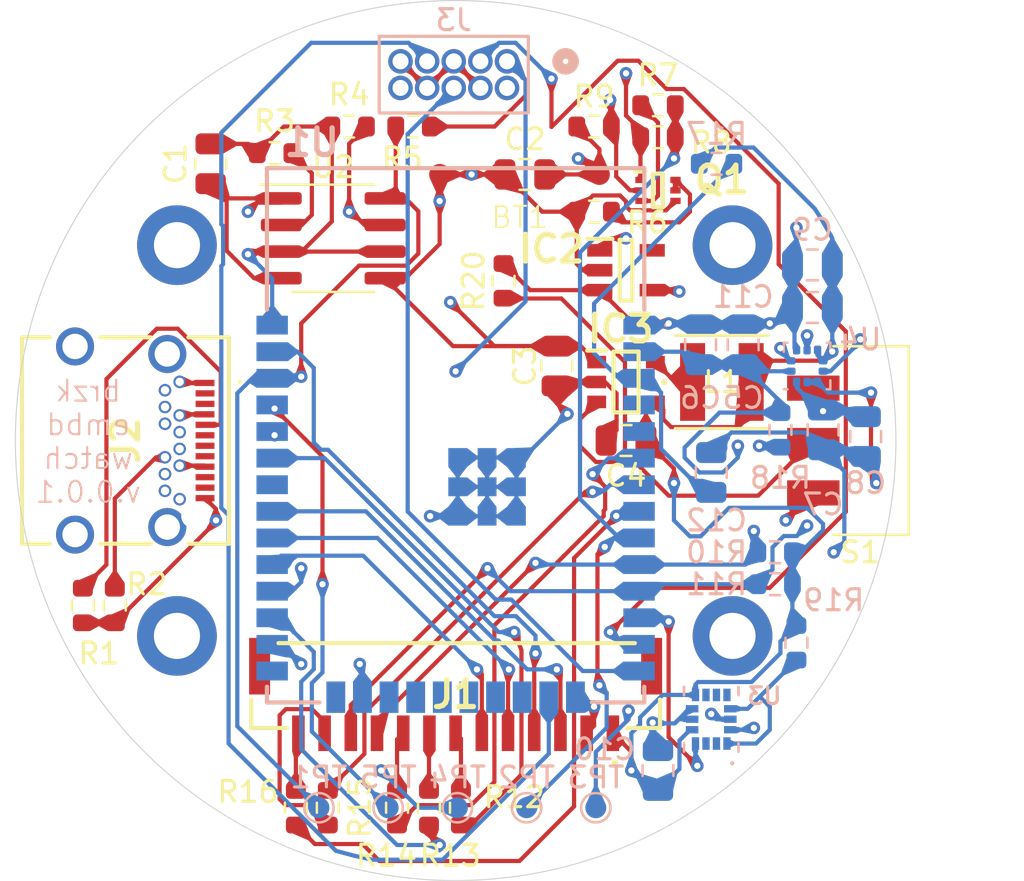
<source format=kicad_pcb>
(kicad_pcb (version 20221018) (generator pcbnew)
  (title_block (title "Watch") (rev "v.0.0.1") (company "brzk"))
  (layers (0 "F.Cu" signal) (1 "In1.Cu" signal) (2 "In2.Cu" signal) (31 "B.Cu" signal) (34 "B.Paste" user) (35 "F.Paste" user) (36 "B.SilkS" user "B.Silkscreen") (37 "F.SilkS" user "F.Silkscreen") (38 "B.Mask" user) (39 "F.Mask" user) (44 "Edge.Cuts" user))
  (net 0 "")
  (net 1 "I2C_SDA")
  (net 2 "I2C_SCL")
  (net 3 "DISP_SPI_MISO")
  (net 4 "DISP_SPI_MOSI")
  (net 5 "+BATT")
  (net 6 "DISP_SPI_SCLK")
  (net 7 "CHG")
  (net 8 "+3V3")
  (net 9 "Net-(IC2-~{MR})")
  (net 10 "BAT_MON_EN")
  (net 11 "Net-(Q1-D2)")
  (net 12 "Net-(Q1-D1)")
  (net 13 "Net-(IC2-~{RESET})")
  (net 27 "/JTAG_TMS")
  (net 28 "/JTAG_TCK")
  (net 32 "/JTAG_TDO")
  (net 33 "/JTAG_TDI")
  (net 35 "DISP_CS")
  (net 36 "Net-(J1-Pad7)")
  (net 37 "Net-(J1-Pad8)")
  (net 38 "Net-(J1-Pad9)")
  (net 39 "Net-(J1-Pad12)")
  (net 40 "Net-(J1-Pad13)")
  (net 43 "GND")
  (net 46 "VBUS")
  (net 47 "Net-(J2-CC1)")
  (net 55 "Net-(J2-CC2)")
  (net 65 "Net-(U2-SELI)")
  (net 67 "/DISP_BL")
  (net 68 "/TP_INT")
  (net 69 "/TP_RST")
  (net 70 "DISP_RST")
  (net 71 "DISP_DC")
  (net 72 "Net-(U1-EN)")
  (net 73 "IMU_INT")
  (net 75 "PR_INT_DRDY")
  (net 76 "Net-(IC3-CE{slash}MODE)")
  (net 77 "Net-(IC3-LX)")
  (net 78 "BAT_MON")
  (net 79 "Net-(U1-RXD0)")
  (net 80 "Net-(U1-TXD0)")
  (net 81 "Net-(U3-CS)")
  (net 82 "Net-(U4-VDD)")
  (footprint "Resistor_SMD:R_0603_1608Metric" (layer "F.Cu") (at 136.906 105.41 -90)
    (fp_text reference "R16")
    (fp_text value "0R")
  )
  (footprint "Capacitor_SMD:C_0805_2012Metric" (layer "F.Cu") (at 147.828 75.184)
    (fp_text reference "C2")
    (fp_text value "2.2uF")
  )
  (footprint "lib:BAT_DUAL_1MM_TESTPOINTS" (layer "F.Cu") (at 147.574 77.724)
    (fp_text reference "BT1")
    (fp_text value "Battery")
  )
  (footprint "MountingHole:MountingHole_2.2mm_M2_DIN965_Pad" (layer "F.Cu") (at 131.234 78.559)
    (fp_text reference "H1" hide)
    (fp_text value "MountingHole")
  )
  (footprint "Resistor_SMD:R_0603_1608Metric" (layer "F.Cu") (at 128.27 95.758 -90)
    (fp_text reference "R2")
    (fp_text value "5.1k")
  )
  (footprint "lib:SOTFL50P162X60-6N" (layer "F.Cu") (at 154.178 75.946)
    (fp_text reference "Q1")
    (fp_text value "DMC2400UV-7" hide)
  )
  (footprint "Resistor_SMD:R_0603_1608Metric" (layer "F.Cu") (at 141.732 105.41 -90)
    (fp_text reference "R14")
    (fp_text value "0R")
  )
  (footprint "Resistor_SMD:R_0603_1608Metric" (layer "F.Cu") (at 154.178 73.406 180)
    (fp_text reference "R8")
    (fp_text value "180k")
  )
  (footprint "Resistor_SMD:R_0603_1608Metric" (layer "F.Cu") (at 154.178 71.882)
    (fp_text reference "R7")
    (fp_text value "1.5M")
  )
  (footprint "lib:SW_JS102011SAQN" (layer "F.Cu") (at 164.338 87.884 90)
    (fp_text reference "S1")
    (fp_text value "JS102011SAQN")
  )
  (footprint "lib:USB405603A" (layer "F.Cu") (at 126.373 87.884 -90)
    (fp_text reference "J2")
    (fp_text value "USB4056-03-A" hide)
  )
  (footprint "Resistor_SMD:R_0603_1608Metric" (layer "F.Cu") (at 135.89 74.168 180)
    (fp_text reference "R3")
    (fp_text value "10k")
  )
  (footprint "MountingHole:MountingHole_2.2mm_M2_DIN965_Pad" (layer "F.Cu") (at 157.734 97.209)
    (fp_text reference "H4" hide)
    (fp_text value "MountingHole")
  )
  (footprint "Resistor_SMD:R_0603_1608Metric" (layer "F.Cu") (at 139.446 72.898 180)
    (fp_text reference "R4")
    (fp_text value "10k")
  )
  (footprint "Capacitor_SMD:C_0805_2012Metric" (layer "F.Cu") (at 132.842 74.676 90)
    (fp_text reference "C1")
    (fp_text value "4.7uF")
  )
  (footprint "Resistor_SMD:R_0603_1608Metric" (layer "F.Cu") (at 138.43 105.41 90)
    (fp_text reference "R15")
    (fp_text value "0R")
  )
  (footprint "MountingHole:MountingHole_2.2mm_M2_DIN965_Pad" (layer "F.Cu") (at 157.734 78.559)
    (fp_text reference "H3" hide)
    (fp_text value "MountingHole")
  )
  (footprint "Resistor_SMD:R_0603_1608Metric" (layer "F.Cu") (at 143.256 105.41 -90)
    (fp_text reference "R13")
    (fp_text value "0R")
  )
  (footprint "Package_SO:SOIC-8_3.9x4.9mm_P1.27mm" (layer "F.Cu") (at 138.684 78.232)
    (fp_text reference "U2")
    (fp_text value "MAX1811ESA+")
  )
  (footprint "MountingHole:MountingHole_2.2mm_M2_DIN965_Pad" (layer "F.Cu") (at 131.234 97.209)
    (fp_text reference "H2" hide)
    (fp_text value "MountingHole")
  )
  (footprint "lib:SOT95P280X145-5N" (layer "F.Cu") (at 152.654 79.756)
    (fp_text reference "IC2")
    (fp_text value "TLV840MAPL36DBVRQ1" hide)
  )
  (footprint "Capacitor_SMD:C_0805_2012Metric" (layer "F.Cu") (at 149.352 84.328 -90)
    (fp_text reference "C3")
    (fp_text value "4.7uF")
  )
  (footprint "Resistor_SMD:R_0603_1608Metric" (layer "F.Cu") (at 151.13 72.898)
    (fp_text reference "R9")
    (fp_text value "1M")
  )
  (footprint "lib:SOT95P280X130-5N" (layer "F.Cu") (at 152.654 85.09)
    (fp_text reference "IC3")
    (fp_text value "XC9236A33CMR-G" hide)
  )
  (footprint "Resistor_SMD:R_0603_1608Metric" (layer "F.Cu") (at 126.746 95.758 -90)
    (fp_text reference "R1")
    (fp_text value "5.1k")
  )
  (footprint "Resistor_SMD:R_0603_1608Metric" (layer "F.Cu") (at 142.494 72.898)
    (fp_text reference "R5")
    (fp_text value "10k")
  )
  (footprint "Resistor_SMD:R_0603_1608Metric" (layer "F.Cu") (at 146.812 80.264 90)
    (fp_text reference "R20")
    (fp_text value "10k")
  )
  (footprint "Resistor_SMD:R_0603_1608Metric" (layer "F.Cu") (at 151.13 76.962)
    (fp_text reference "R6")
    (fp_text value "1M")
  )
  (footprint "lib:IND_TAIYO_NR4018_TAY" (layer "F.Cu") (at 157.226 85.09)
    (fp_text reference "L1")
    (fp_text value "4.7uH")
  )
  (footprint "lib:SM13BGHSTBLFSN" (layer "F.Cu") (at 144.526 99.704 180)
    (fp_text reference "J1")
    (fp_text value "SM13B-GHS-TB_LF__SN_" hide)
  )
  (footprint "Capacitor_SMD:C_0805_2012Metric" (layer "F.Cu") (at 152.654 87.884 180)
    (fp_text reference "C4")
    (fp_text value "10uF")
  )
  (footprint "Resistor_SMD:R_0603_1608Metric" (layer "F.Cu") (at 144.78 105.41 -90)
    (fp_text reference "R12")
    (fp_text value "0R")
  )
  (footprint "Capacitor_SMD:C_0805_2012Metric" (layer "B.Cu") (at 162.052 87.376 -90)
    (fp_text reference "C7")
    (fp_text value "0.1uF")
  )
  (footprint "TestPoint:TestPoint_Pad_D1.0mm" (layer "B.Cu") (at 144.609333 105.41 180)
    (fp_text reference "TP4")
    (fp_text value "UART_RX")
  )
  (footprint "Resistor_SMD:R_0603_1608Metric" (layer "B.Cu") (at 159.766 93.218 180)
    (fp_text reference "R10")
    (fp_text value "1k")
  )
  (footprint "Resistor_SMD:R_0603_1608Metric" (layer "B.Cu") (at 160.02 87.376 -90)
    (fp_text reference "R18")
    (fp_text value "0R")
  )
  (footprint "lib:CONN_GRPB052VWVN-RC_SUL" (layer "B.Cu") (at 146.9771 69.7865 180)
    (fp_text reference "J3")
    (fp_text value "GRPB052VWVN-RC")
  )
  (footprint "lib:PQFN50P300X250X86-14N" (layer "B.Cu") (at 156.718 101.1865 90)
    (fp_text reference "U3")
    (fp_text value "LSM6DSMTR")
  )
  (footprint "Resistor_SMD:R_0603_1608Metric" (layer "B.Cu") (at 160.782 97.536 -90)
    (fp_text reference "R19")
    (fp_text value "0R")
  )
  (footprint "TestPoint:TestPoint_Pad_D1.0mm" (layer "B.Cu") (at 141.307333 105.41 180)
    (fp_text reference "TP5")
    (fp_text value "UART_TX")
  )
  (footprint "TestPoint:TestPoint_Pad_D1.0mm" (layer "B.Cu") (at 138.005333 105.41 180)
    (fp_text reference "TP1")
    (fp_text value "CHG")
  )
  (footprint "Package_LGA:ST_HLGA-10_2x2mm_P0.5mm_LayoutBorder3x2y" (layer "B.Cu") (at 161.29 84.328)
    (fp_text reference "U4")
    (fp_text value "LPS22DF")
  )
  (footprint "Capacitor_SMD:C_0805_2012Metric" (layer "B.Cu") (at 161.544 79.502 180)
    (fp_text reference "C9")
    (fp_text value "0.1uF")
  )
  (footprint "TestPoint:TestPoint_Pad_D1.0mm" (layer "B.Cu") (at 147.911333 105.41 180)
    (fp_text reference "TP2")
    (fp_text value "BAT_MON")
  )
  (footprint "Capacitor_SMD:C_0805_2012Metric" (layer "B.Cu") (at 161.544 81.534 180)
    (fp_text reference "C11")
    (fp_text value "100nF")
  )
  (footprint "Capacitor_SMD:C_0805_2012Metric" (layer "B.Cu") (at 164.084 87.696 -90)
    (fp_text reference "C8")
    (fp_text value "4.7uF")
  )
  (footprint "Resistor_SMD:R_0603_1608Metric" (layer "B.Cu") (at 156.972 74.676 180)
    (fp_text reference "R17")
    (fp_text value "10k")
  )
  (footprint "Resistor_SMD:R_0603_1608Metric" (layer "B.Cu") (at 159.766 94.742 180)
    (fp_text reference "R11")
    (fp_text value "1k")
  )
  (footprint "Capacitor_SMD:C_0805_2012Metric" (layer "B.Cu") (at 154.178 103.632 90)
    (fp_text reference "C10")
    (fp_text value "0.1uF")
  )
  (footprint "Capacitor_SMD:C_0805_2012Metric" (layer "B.Cu") (at 156.21 83.312 90)
    (fp_text reference "C6")
    (fp_text value "22uF")
  )
  (footprint "Capacitor_SMD:C_0805_2012Metric" (layer "B.Cu") (at 158.242 83.312 90)
    (fp_text reference "C5")
    (fp_text value "0.1uF")
  )
  (footprint "TestPoint:TestPoint_Pad_D1.0mm" (layer "B.Cu") (at 151.213333 105.41 180)
    (fp_text reference "TP3")
    (fp_text value "MR")
  )
  (footprint "lib:ESP32WROOM32EN4" (layer "B.Cu") (at 144.526 87.634 180)
    (fp_text reference "U1")
    (fp_text value "ESP32-WROOM-32E-N4" hide)
  )
  (footprint "Capacitor_SMD:C_0805_2012Metric" (layer "B.Cu") (at 156.718 89.408 90)
    (fp_text reference "C12")
    (fp_text value "4.7uF")
  )
  (gr_circle (center 144.526 87.884) (end 165.526 87.884) (stroke (width 0.05)) (fill none) (layer "Edge.Cuts"))
  (gr_text "embd\nwatch\nv.0.0.1" (at 127 90.932) (layer "B.SilkS") (effects (font (size 1 1) (thickness 0.1)) (justify bottom mirror)))
  (gr_text "brzk\n" (at 127 86.106) (layer "B.SilkS") (effects (font (size 1 1) (thickness 0.1)) (justify bottom mirror)))
  (segment (start 140.776 101.286) (end 148.336 93.726) (width 0.2) (layer "F.Cu") (net 1))
  (segment (start 140.776 101.854) (end 140.776 101.286) (width 0.2) (layer "F.Cu") (net 1))
  (via (at 161.29 82.870137) (size 0.6) (drill 0.3) (layers "F.Cu" "B.Cu") (net 1))
  (via (at 158.75 101.6) (size 0.6) (drill 0.3) (layers "F.Cu" "B.Cu") (net 1))
  (via (at 148.336 93.726) (size 0.6) (drill 0.3) (layers "F.Cu" "B.Cu") (net 1))
  (via (at 158.75 92.202) (size 0.6) (drill 0.3) (layers "F.Cu" "B.Cu") (net 1))
  (segment (start 157.628 101.6865) (end 158.6635 101.6865) (width 0.2) (layer "B.Cu") (net 1))
  (segment (start 158.75 92.202) (end 158.75 93.027) (width 0.2) (layer "B.Cu") (net 1))
  (segment (start 158.355 93.804) (end 158.941 93.218) (width 0.2) (layer "B.Cu") (net 1))
  (segment (start 153.276 93.804) (end 148.414 93.804) (width 0.2) (layer "B.Cu") (net 1))
  (segment (start 153.276 93.804) (end 158.355 93.804) (width 0.2) (layer "B.Cu") (net 1))
  (segment (start 158.6635 101.6865) (end 158.75 101.6) (width 0.2) (layer "B.Cu") (net 1))
  (segment (start 148.414 93.804) (end 148.336 93.726) (width 0.2) (layer "B.Cu") (net 1))
  (segment (start 161.29 83.5655) (end 161.29 82.870137) (width 0.2) (layer "B.Cu") (net 1))
  (segment (start 158.75 93.027) (end 158.941 93.218) (width 0.2) (layer "B.Cu") (net 1))
  (segment (start 139.526 100.504) (end 139.526 101.854) (width 0.2) (layer "F.Cu") (net 2))
  (segment (start 146.05 93.98) (end 139.526 100.504) (width 0.2) (layer "F.Cu") (net 2))
  (via (at 146.05 93.98) (size 0.6) (drill 0.3) (layers "F.Cu" "B.Cu") (net 2))
  (via (at 156.718 100.9325) (size 0.6) (drill 0.3) (layers "F.Cu" "B.Cu") (net 2))
  (via (at 160.02 83.4745) (size 0.6) (drill 0.3) (layers "F.Cu" "B.Cu") (net 2))
  (via (at 161.29 91.948) (size 0.6) (drill 0.3) (layers "F.Cu" "B.Cu") (net 2))
  (segment (start 153.608 94.742) (end 158.941 94.742) (width 0.2) (layer "B.Cu") (net 2))
  (segment (start 153.276 95.074) (end 147.144 95.074) (width 0.2) (layer "B.Cu") (net 2))
  (segment (start 157.628 101.1865) (end 156.972 101.1865) (width 0.2) (layer "B.Cu") (net 2))
  (segment (start 160.178352 92.443) (end 159.641 92.980352) (width 0.2) (layer "B.Cu") (net 2))
  (segment (start 160.5275 84.078) (end 160.02 83.5705) (width 0.2) (layer "B.Cu") (net 2))
  (segment (start 159.641 94.042) (end 158.941 94.742) (width 0.2) (layer "B.Cu") (net 2))
  (segment (start 156.972 101.1865) (end 156.718 100.9325) (width 0.2) (layer "B.Cu") (net 2))
  (segment (start 160.795 92.443) (end 160.178352 92.443) (width 0.2) (layer "B.Cu") (net 2))
  (segment (start 153.276 95.074) (end 153.608 94.742) (width 0.2) (layer "B.Cu") (net 2))
  (segment (start 161.29 91.948) (end 160.795 92.443) (width 0.2) (layer "B.Cu") (net 2))
  (segment (start 159.641 92.980352) (end 159.641 94.042) (width 0.2) (layer "B.Cu") (net 2))
  (segment (start 147.144 95.074) (end 146.05 93.98) (width 0.2) (layer "B.Cu") (net 2))
  (segment (start 160.02 83.5705) (end 160.02 83.4745) (width 0.2) (layer "B.Cu") (net 2))
  (segment (start 149.352 98.806) (end 149.526 98.98) (width 0.2) (layer "F.Cu") (net 3))
  (segment (start 149.526 98.98) (end 149.526 101.854) (width 0.2) (layer "F.Cu") (net 3))
  (via (at 149.352 98.806) (size 0.6) (drill 0.3) (layers "F.Cu" "B.Cu") (net 3))
  (segment (start 140.247 91.264) (end 135.776 91.264) (width 0.2) (layer "B.Cu") (net 3))
  (segment (start 147.9355 98.806) (end 146.5575 97.428) (width 0.2) (layer "B.Cu") (net 3))
  (segment (start 146.5575 97.428) (end 146.411 97.428) (width 0.2) (layer "B.Cu") (net 3))
  (segment (start 149.352 98.806) (end 147.9355 98.806) (width 0.2) (layer "B.Cu") (net 3))
  (segment (start 146.411 97.428) (end 140.247 91.264) (width 0.2) (layer "B.Cu") (net 3))
  (segment (start 148.276 98.104) (end 148.276 98.358) (width 0.2) (layer "F.Cu") (net 4))
  (segment (start 148.276 98.358) (end 148.336 98.044) (width 0.2) (layer "F.Cu") (net 4))
  (segment (start 148.336 98.044) (end 148.276 98.104) (width 0.2) (layer "F.Cu") (net 4))
  (segment (start 148.276 101.854) (end 148.276 98.358) (width 0.2) (layer "F.Cu") (net 4))
  (via (at 148.336 98.044) (size 0.6) (drill 0.3) (layers "F.Cu" "B.Cu") (net 4))
  (segment (start 148.336 97.195471) (end 148.336 98.044) (width 0.2) (layer "B.Cu") (net 4))
  (segment (start 136.984 83.644) (end 137.76 84.42) (width 0.2) (layer "B.Cu") (net 4))
  (segment (start 137.76 87.976) (end 138.108 88.324) (width 0.2) (layer "B.Cu") (net 4))
  (segment (start 146.380372 96.266) (end 147.406529 96.266) (width 0.2) (layer "B.Cu") (net 4))
  (segment (start 137.76 84.42) (end 137.76 87.976) (width 0.2) (layer "B.Cu") (net 4))
  (segment (start 147.406529 96.266) (end 148.336 97.195471) (width 0.2) (layer "B.Cu") (net 4))
  (segment (start 135.776 83.644) (end 136.984 83.644) (width 0.2) (layer "B.Cu") (net 4))
  (segment (start 138.438372 88.324) (end 146.380372 96.266) (width 0.2) (layer "B.Cu") (net 4))
  (segment (start 138.108 88.324) (end 138.438372 88.324) (width 0.2) (layer "B.Cu") (net 4))
  (segment (start 144.272 81.28) (end 146.37 83.378) (width 0.2) (layer "F.Cu") (net 5))
  (segment (start 152.367648 76.187) (end 151.08 76.187) (width 0.2) (layer "F.Cu") (net 5))
  (segment (start 152.843 76.896) (end 152.655 76.708) (width 0.2) (layer "F.Cu") (net 5))
  (segment (start 152.655 76.474352) (end 152.367648 76.187) (width 0.2) (layer "F.Cu") (net 5))
  (segment (start 144.4 83.378) (end 149.352 83.378) (width 0.2) (layer "F.Cu") (net 5))
  (segment (start 146.37 83.378) (end 149.352 83.378) (width 0.2) (layer "F.Cu") (net 5))
  (segment (start 145.288 75.184) (end 143.764 75.184) (width 0.2) (layer "F.Cu") (net 5))
  (segment (start 155.012 76.446) (end 154.562 76.896) (width 0.2) (layer "F.Cu") (net 5))
  (segment (start 154.562 76.896) (end 152.843 76.896) (width 0.2) (layer "F.Cu") (net 5))
  (segment (start 152.655 76.708) (end 152.655 76.474352) (width 0.2) (layer "F.Cu") (net 5))
  (segment (start 151.08 76.187) (end 150.305 76.962) (width 0.2) (layer "F.Cu") (net 5))
  (segment (start 149.352 83.378) (end 150.492 83.378) (width 0.2) (layer "F.Cu") (net 5))
  (segment (start 145.288 75.184) (end 146.878 75.184) (width 0.2) (layer "F.Cu") (net 5))
  (segment (start 142.133999 80.137) (end 143.764 78.506999) (width 0.2) (layer "F.Cu") (net 5))
  (segment (start 150.492 83.378) (end 151.254 84.14) (width 0.2) (layer "F.Cu") (net 5))
  (segment (start 150.305 76.962) (end 148.656 76.962) (width 0.2) (layer "F.Cu") (net 5))
  (segment (start 150.604 79.756) (end 150.305 79.457) (width 0.2) (layer "F.Cu") (net 5))
  (segment (start 143.764 78.506999) (end 143.764 76.454) (width 0.2) (layer "F.Cu") (net 5))
  (segment (start 141.159 80.137) (end 142.133999 80.137) (width 0.2) (layer "F.Cu") (net 5))
  (segment (start 141.159 80.137) (end 144.4 83.378) (width 0.2) (layer "F.Cu") (net 5))
  (segment (start 148.656 76.962) (end 146.878 75.184) (width 0.2) (layer "F.Cu") (net 5))
  (segment (start 150.305 79.457) (end 150.305 76.962) (width 0.2) (layer "F.Cu") (net 5))
  (segment (start 143.764 76.454) (end 143.764 75.184) (width 0.2) (layer "F.Cu") (net 5))
  (segment (start 151.404 79.756) (end 150.604 79.756) (width 0.2) (layer "F.Cu") (net 5))
  (via (at 143.764 76.454) (size 0.6) (drill 0.3) (layers "F.Cu" "B.Cu") (net 5))
  (via (at 145.288 75.184) (size 0.6) (drill 0.3) (layers "F.Cu" "B.Cu") (net 5))
  (via (at 144.272 81.28) (size 0.6) (drill 0.3) (layers "F.Cu" "B.Cu") (net 5))
  (segment (start 147.026 98.846) (end 147.026 101.854) (width 0.2) (layer "F.Cu") (net 6))
  (segment (start 147.066 98.806) (end 147.026 98.846) (width 0.2) (layer "F.Cu") (net 6))
  (via (at 147.066 98.806) (size 0.6) (drill 0.3) (layers "F.Cu" "B.Cu") (net 6))
  (segment (start 140.794 92.534) (end 147.066 98.806) (width 0.2) (layer "B.Cu") (net 6))
  (segment (start 135.776 92.534) (end 140.794 92.534) (width 0.2) (layer "B.Cu") (net 6))
  (segment (start 139.919 79.537) (end 137.16 82.296) (width 0.2) (layer "F.Cu") (net 7))
  (segment (start 142.133999 76.327) (end 142.748 76.941001) (width 0.2) (layer "F.Cu") (net 7))
  (segment (start 141.159 76.327) (end 141.669 75.817) (width 0.2) (layer "F.Cu") (net 7))
  (segment (start 137.16 82.296) (end 137.16 84.836) (width 0.2) (layer "F.Cu") (net 7))
  (segment (start 142.748 76.941001) (end 142.748 78.957313) (width 0.2) (layer "F.Cu") (net 7))
  (segment (start 141.159 76.327) (end 142.133999 76.327) (width 0.2) (layer "F.Cu") (net 7))
  (segment (start 142.168313 79.537) (end 139.919 79.537) (width 0.2) (layer "F.Cu") (net 7))
  (segment (start 142.748 78.957313) (end 142.168313 79.537) (width 0.2) (layer "F.Cu") (net 7))
  (segment (start 141.669 75.817) (end 141.669 72.898) (width 0.2) (layer "F.Cu") (net 7))
  (via (at 137.16 84.836) (size 0.6) (drill 0.3) (layers "F.Cu" "B.Cu") (net 7))
  (segment (start 134.112 85.628) (end 134.826 84.914) (width 0.2) (layer "B.Cu") (net 7))
  (segment (start 137.082 84.914) (end 137.16 84.836) (width 0.2) (layer "B.Cu") (net 7))
  (segment (start 135.776 84.914) (end 137.082 84.914) (width 0.2) (layer "B.Cu") (net 7))
  (segment (start 138.005333 105.41) (end 134.112 101.516667) (width 0.2) (layer "B.Cu") (net 7))
  (segment (start 134.112 101.516667) (end 134.112 85.628) (width 0.2) (layer "B.Cu") (net 7))
  (segment (start 134.826 84.914) (end 135.776 84.914) (width 0.2) (layer "B.Cu") (net 7))
  (segment (start 152.908 102.736) (end 152.908 103.632) (width 0.2) (layer "F.Cu") (net 8))
  (segment (start 143.319 72.898) (end 146.386048 72.898) (width 0.2) (layer "F.Cu") (net 8))
  (segment (start 158.007222 87.2442) (end 154.8082 87.2442) (width 0.2) (layer "F.Cu") (net 8))
  (segment (start 162.494 83.6365) (end 162.0565 84.074) (width 0.2) (layer "F.Cu") (net 8))
  (segment (start 158.623 86.628422) (end 158.007222 87.2442) (width 0.2) (layer "F.Cu") (net 8))
  (segment (start 152.026 101.854) (end 152.908 102.736) (width 0.2) (layer "F.Cu") (net 8))
  (segment (start 162.0565 84.074) (end 159.639 84.074) (width 0.2) (layer "F.Cu") (net 8))
  (segment (start 154.8082 87.2442) (end 154.432 86.868) (width 0.2) (layer "F.Cu") (net 8))
  (segment (start 154.054 86.04) (end 153.604 86.49) (width 0.2) (layer "F.Cu") (net 8))
  (segment (start 154.054 86.04) (end 154.054 86.23) (width 0.2) (layer "F.Cu") (net 8))
  (segment (start 158.623 85.09) (end 158.623 86.628422) (width 0.2) (layer "F.Cu") (net 8))
  (segment (start 147.8613 70.6707) (end 146.9771 69.7865) (width 0.2) (layer "F.Cu") (net 8))
  (segment (start 153.604 86.49) (end 153.604 87.884) (width 0.2) (layer "F.Cu") (net 8))
  (segment (start 154.432 86.418) (end 154.054 86.04) (width 0.2) (layer "F.Cu") (net 8))
  (segment (start 154.94 89.916) (end 154.94 89.22) (width 0.2) (layer "F.Cu") (net 8))
  (segment (start 154.94 89.22) (end 153.604 87.884) (width 0.2) (layer "F.Cu") (net 8))
  (segment (start 154.432 86.868) (end 154.432 86.418) (width 0.2) (layer "F.Cu") (net 8))
  (segment (start 159.639 84.074) (end 158.623 85.09) (width 0.2) (layer "F.Cu") (net 8))
  (segment (start 146.386048 72.898) (end 147.8613 71.422748) (width 0.2) (layer "F.Cu") (net 8))
  (segment (start 147.8613 71.422748) (end 147.8613 70.6707) (width 0.2) (layer "F.Cu") (net 8))
  (via (at 144.526 84.582) (size 0.6) (drill 0.3) (layers "F.Cu" "B.Cu") (net 8))
  (via (at 162.494 83.6365) (size 0.6) (drill 0.3) (layers "F.Cu" "B.Cu") (net 8))
  (via (at 152.908 103.632) (size 0.6) (drill 0.3) (layers "F.Cu" "B.Cu") (net 8))
  (via (at 157.988 88.138) (size 0.6) (drill 0.3) (layers "F.Cu" "B.Cu") (net 8))
  (via (at 154.94 89.916) (size 0.6) (drill 0.3) (layers "F.Cu" "B.Cu") (net 8))
  (segment (start 155.592 83.644) (end 156.21 84.262) (width 0.2) (layer "B.Cu") (net 8))
  (segment (start 160.591 93.218) (end 160.591 94.742) (width 0.2) (layer "B.Cu") (net 8))
  (segment (start 160.991 93.218) (end 162.052 92.157) (width 0.2) (layer "B.Cu") (net 8))
  (segment (start 158.242 84.262) (end 160.02 86.04) (width 0.2) (layer "B.Cu") (net 8))
  (segment (start 162.052 91.861471) (end 161.284529 91.094) (width 0.2) (layer "B.Cu") (net 8))
  (segment (start 153.324 101.097471) (end 154.394971 100.0265) (width 0.2) (layer "B.Cu") (net 8))
  (segment (start 156.21 84.262) (end 158.242 84.262) (width 0.2) (layer "B.Cu") (net 8))
  (segment (start 155.448 88.218256) (end 157.115256 86.551) (width 0.2) (layer "B.Cu") (net 8))
  (segment (start 153.276 83.644) (end 155.592 83.644) (width 0.2) (layer "B.Cu") (net 8))
  (segment (start 154.94 91.694) (end 154.94 89.916) (width 0.2) (layer "B.Cu") (net 8))
  (segment (start 157.988 88.138) (end 157.988 88.697744) (width 0.2) (layer "B.Cu") (net 8))
  (segment (start 155.702 92.456) (end 154.94 91.694) (width 0.2) (layer "B.Cu") (net 8))
  (segment (start 154.394971 100.0265) (end 155.968 100.0265) (width 0.2) (layer "B.Cu") (net 8))
  (segment (start 160.5275 84.578) (end 158.558 84.578) (width 0.2) (layer "B.Cu") (net 8))
  (segment (start 153.324 101.438) (end 153.324 101.097471) (width 0.2) (layer "B.Cu") (net 8))
  (segment (start 158.64527 99.409) (end 160.02 98.03427) (width 0.2) (layer "B.Cu") (net 8))
  (segment (start 147.8613 70.6707) (end 146.9771 69.7865) (width 0.2) (layer "B.Cu") (net 8))
  (segment (start 162.0525 84.078) (end 162.494 83.6365) (width 0.2) (layer "B.Cu") (net 8))
  (segment (start 155.203 102.197256) (end 155.646256 101.754) (width 0.2) (layer "B.Cu") (net 8))
  (segment (start 157.988 88.697744) (end 157.277744 89.408) (width 0.2) (layer "B.Cu") (net 8))
  (segment (start 154.178 104.582) (end 152.908 103.632) (width 0.2) (layer "B.Cu") (net 8))
  (segment (start 161.657709 76.821709) (end 158.737 73.901) (width 0.2) (layer "B.Cu") (net 8))
  (segment (start 157.277744 89.408) (end 156.158256 89.408) (width 0.2) (layer "B.Cu") (net 8))
  (segment (start 160.591 93.218) (end 160.991 93.218) (width 0.2) (layer "B.Cu") (net 8))
  (segment (start 156.0855 99.409) (end 158.64527 99.409) (width 0.2) (layer "B.Cu") (net 8))
  (segment (start 152.908 103.632) (end 152.908 101.854) (width 0.2) (layer "B.Cu") (net 8))
  (segment (start 162.494 78.236564) (end 162.408899 78.073086) (width 0.2) (layer "B.Cu") (net 8))
  (segment (start 160.02 97.473) (end 160.782 96.711) (width 0.2) (layer "B.Cu") (net 8))
  (segment (start 162.494 79.502) (end 162.494 78.236564) (width 0.2) (layer "B.Cu") (net 8))
  (segment (start 161.963945 77.302404) (end 161.657709 76.821709) (width 0.2) (layer "B.Cu") (net 8))
  (segment (start 162.494 83.6365) (end 162.494 81.534) (width 0.2) (layer "B.Cu") (net 8))
  (segment (start 156.922 73.901) (end 156.147 74.676) (width 0.2) (layer "B.Cu") (net 8))
  (segment (start 162.408899 78.073086) (end 161.963945 77.302404) (width 0.2) (layer "B.Cu") (net 8))
  (segment (start 161.284529 91.094) (end 157.572 91.094) (width 0.2) (layer "B.Cu") (net 8))
  (segment (start 162.494 79.502) (end 162.494 81.534) (width 0.2) (layer "B.Cu") (net 8))
  (segment (start 160.02 98.03427) (end 160.02 97.473) (width 0.2) (layer "B.Cu") (net 8))
  (segment (start 158.558 84.578) (end 158.242 84.262) (width 0.2) (layer "B.Cu") (net 8))
  (segment (start 161.79 83.8155) (end 162.0525 84.078) (width 0.2) (layer "B.Cu") (net 8))
  (segment (start 157.572 91.094) (end 156.21 92.456) (width 0.2) (layer "B.Cu") (net 8))
  (segment (start 157.115256 86.551) (end 160.02 86.551) (width 0.2) (layer "B.Cu") (net 8))
  (segment (start 155.448 88.697744) (end 155.448 88.218256) (width 0.2) (layer "B.Cu") (net 8))
  (segment (start 155.203 103.557) (end 155.203 102.197256) (width 0.2) (layer "B.Cu") (net 8))
  (segment (start 160.591 94.742) (end 160.591 96.52) (width 0.2) (layer "B.Cu") (net 8))
  (segment (start 156.21 92.456) (end 155.702 92.456) (width 0.2) (layer "B.Cu") (net 8))
  (segment (start 144.526 84.582) (end 147.8613 81.2467) (width 0.2) (layer "B.Cu") (net 8))
  (segment (start 160.591 96.52) (end 160.782 96.711) (width 0.2) (layer "B.Cu") (net 8))
  (segment (start 160.02 86.04) (end 160.02 86.551) (width 0.2) (layer "B.Cu") (net 8))
  (segment (start 152.908 101.854) (end 153.324 101.438) (width 0.2) (layer "B.Cu") (net 8))
  (segment (start 154.178 104.582) (end 155.203 103.557) (width 0.2) (layer "B.Cu") (net 8))
  (segment (start 155.968 100.0265) (end 155.968 99.5265) (width 0.2) (layer "B.Cu") (net 8))
  (segment (start 156.158256 89.408) (end 155.448 88.697744) (width 0.2) (layer "B.Cu") (net 8))
  (segment (start 160.845 93.472) (end 160.591 93.218) (width 0.2) (layer "B.Cu") (net 8))
  (segment (start 161.79 83.5655) (end 161.79 83.8155) (width 0.2) (layer "B.Cu") (net 8))
  (segment (start 147.8613 81.2467) (end 147.8613 70.6707) (width 0.2) (layer "B.Cu") (net 8))
  (segment (start 158.737 73.901) (end 156.922 73.901) (width 0.2) (layer "B.Cu") (net 8))
  (segment (start 162.052 92.157) (end 162.052 91.861471) (width 0.2) (layer "B.Cu") (net 8))
  (segment (start 155.968 99.5265) (end 156.0855 99.409) (width 0.2) (layer "B.Cu") (net 8))
  (segment (start 155.128 80.706) (end 155.194 80.772) (width 0.2) (layer "F.Cu") (net 9))
  (segment (start 153.904 80.706) (end 155.128 80.706) (width 0.2) (layer "F.Cu") (net 9))
  (via (at 155.194 80.772) (size 0.6) (drill 0.3) (layers "F.Cu" "B.Cu") (net 9))
  (via (at 152.771676 100.778445) (size 0.6) (drill 0.3) (layers "F.Cu" "B.Cu") (net 9))
  (segment (start 152.771676 100.778445) (end 152.771676 101.188324) (width 0.2) (layer "B.Cu") (net 9))
  (segment (start 152.771676 101.188324) (end 151.213333 102.746667) (width 0.2) (layer "B.Cu") (net 9))
  (segment (start 151.213333 102.746667) (end 151.213333 105.41) (width 0.2) (layer "B.Cu") (net 9))
  (segment (start 153.344 75.946) (end 152.848 75.946) (width 0.2) (layer "F.Cu") (net 10))
  (segment (start 152.848 75.946) (end 152.184 75.282) (width 0.2) (layer "F.Cu") (net 10))
  (segment (start 152.184 73.127) (end 151.955 72.898) (width 0.2) (layer "F.Cu") (net 10))
  (segment (start 151.892 71.628) (end 151.955 71.691) (width 0.2) (layer "F.Cu") (net 10))
  (segment (start 151.955 71.691) (end 151.955 72.898) (width 0.2) (layer "F.Cu") (net 10))
  (segment (start 152.184 75.282) (end 152.184 73.127) (width 0.2) (layer "F.Cu") (net 10))
  (via (at 151.892 71.628) (size 0.6) (drill 0.3) (layers "F.Cu" "B.Cu") (net 10))
  (via (at 137.16 98.552) (size 0.6) (drill 0.3) (layers "F.Cu" "B.Cu") (net 10))
  (segment (start 136.222 97.614) (end 135.776 97.614) (width 0.2) (layer "B.Cu") (net 10))
  (segment (start 137.16 98.552) (end 136.222 97.614) (width 0.2) (layer "B.Cu") (net 10))
  (segment (start 154.178 72.707) (end 153.353 71.882) (width 0.2) (layer "F.Cu") (net 11))
  (segment (start 153.344 76.446) (end 153.932 76.446) (width 0.2) (layer "F.Cu") (net 11))
  (segment (start 154.178 76.2) (end 154.178 72.707) (width 0.2) (layer "F.Cu") (net 11))
  (segment (start 153.932 76.446) (end 154.178 76.2) (width 0.2) (layer "F.Cu") (net 11))
  (segment (start 152.463 77.47) (end 151.955 76.962) (width 0.2) (layer "F.Cu") (net 12))
  (segment (start 155.703 76.961) (end 155.703 76.137) (width 0.2) (layer "F.Cu") (net 12))
  (segment (start 155.194 77.47) (end 155.703 76.961) (width 0.2) (layer "F.Cu") (net 12))
  (segment (start 155.194 77.47) (end 152.463 77.47) (width 0.2) (layer "F.Cu") (net 12))
  (segment (start 155.703 76.137) (end 155.012 75.446) (width 0.2) (layer "F.Cu") (net 12))
  (segment (start 155.012 75.446) (end 155.012 75.946) (width 0.2) (layer "F.Cu") (net 12))
  (segment (start 151.978 78.232) (end 151.404 78.806) (width 0.2) (layer "F.Cu") (net 13))
  (segment (start 161.056 90.916) (end 161.052 90.916) (width 0.2) (layer "F.Cu") (net 13))
  (segment (start 152.654 78.232) (end 151.978 78.232) (width 0.2) (layer "F.Cu") (net 13))
  (segment (start 161.588 90.384) (end 161.056 90.916) (width 0.2) (layer "F.Cu") (net 13))
  (segment (start 161.052 90.916) (end 160.274 91.694) (width 0.2) (layer "F.Cu") (net 13))
  (via (at 152.654 78.232) (size 0.6) (drill 0.3) (layers "F.Cu" "B.Cu") (net 13))
  (via (at 160.274 91.694) (size 0.6) (drill 0.3) (layers "F.Cu" "B.Cu") (net 13))
  (segment (start 159.934 79.47027) (end 163.138 82.67427) (width 0.2) (layer "F.Cu") (net 27))
  (segment (start 154.00373 94.91627) (end 151.892 97.028) (width 0.2) (layer "F.Cu") (net 27))
  (segment (start 155.415648 71.107) (end 159.934 75.625352) (width 0.2) (layer "F.Cu") (net 27))
  (segment (start 159.934 75.625352) (end 159.934 79.47027) (width 0.2) (layer "F.Cu") (net 27))
  (segment (start 163.138 82.67427) (end 163.138 91.284) (width 0.2) (layer "F.Cu") (net 27))
  (segment (start 152.257352 69.758) (end 153.241352 69.758) (width 0.2) (layer "F.Cu") (net 27))
  (segment (start 149.098 70.612) (end 149.098 72.917352) (width 0.2) (layer "F.Cu") (net 27))
  (segment (start 163.138 91.284) (end 159.50573 94.91627) (width 0.2) (layer "F.Cu") (net 27))
  (segment (start 149.098 72.917352) (end 152.257352 69.758) (width 0.2) (layer "F.Cu") (net 27))
  (segment (start 154.590352 71.107) (end 155.415648 71.107) (width 0.2) (layer "F.Cu") (net 27))
  (segment (start 153.241352 69.758) (end 154.590352 71.107) (width 0.2) (layer "F.Cu") (net 27))
  (segment (start 159.50573 94.91627) (end 154.00373 94.91627) (width 0.2) (layer "F.Cu") (net 27))
  (via (at 149.098 70.612) (size 0.6) (drill 0.3) (layers "F.Cu" "B.Cu") (net 27))
  (via (at 151.892 97.028) (size 0.6) (drill 0.3) (layers "F.Cu" "B.Cu") (net 27))
  (segment (start 153.276 97.614) (end 152.478 97.614) (width 0.2) (layer "B.Cu") (net 27))
  (segment (start 152.478 97.614) (end 151.892 97.028) (width 0.2) (layer "B.Cu") (net 27))
  (segment (start 146.5913 68.9023) (end 147.3883 68.9023) (width 0.2) (layer "B.Cu") (net 27))
  (segment (start 147.3883 68.9023) (end 149.098 70.612) (width 0.2) (layer "B.Cu") (net 27))
  (segment (start 145.7071 69.7865) (end 146.5913 68.9023) (width 0.2) (layer "B.Cu") (net 27))
  (segment (start 143.911105 107.889424) (end 148.971 102.829529) (width 0.2) (layer "B.Cu") (net 28))
  (segment (start 133.434 79.47027) (end 133.35 79.55427) (width 0.2) (layer "B.Cu") (net 28))
  (segment (start 133.35 77.56373) (end 133.434 77.64773) (width 0.2) (layer "B.Cu") (net 28))
  (segment (start 139.677832 107.696808) (end 140.546666 107.889424) (width 0.2) (layer "B.Cu") (net 28))
  (segment (start 133.35 79.55427) (end 133.35 91.099471) (width 0.2) (layer "B.Cu") (net 28))
  (segment (start 133.696 102.344244) (end 138.818238 107.466482) (width 0.2) (layer "B.Cu") (net 28))
  (segment (start 133.35 91.099471) (end 133.696 91.445471) (width 0.2) (layer "B.Cu") (net 28))
  (segment (start 143.1671 69.7865) (end 142.2829 68.9023) (width 0.2) (layer "B.Cu") (net 28))
  (segment (start 142.2829 68.9023) (end 137.63631 68.9023) (width 0.2) (layer "B.Cu") (net 28))
  (segment (start 140.546666 107.889424) (end 143.911105 107.889424) (width 0.2) (layer "B.Cu") (net 28))
  (segment (start 137.63631 68.9023) (end 133.35 73.18861) (width 0.2) (layer "B.Cu") (net 28))
  (segment (start 133.696 91.445471) (end 133.696 102.344244) (width 0.2) (layer "B.Cu") (net 28))
  (segment (start 133.434 77.64773) (end 133.434 79.47027) (width 0.2) (layer "B.Cu") (net 28))
  (segment (start 133.35 73.18861) (end 133.35 77.56373) (width 0.2) (layer "B.Cu") (net 28))
  (segment (start 138.818238 107.466482) (end 139.677832 107.696808) (width 0.2) (layer "B.Cu") (net 28))
  (segment (start 148.971 102.829529) (end 148.971 100.134) (width 0.2) (layer "B.Cu") (net 28))
  (via (at 139.954 98.552) (size 0.6) (drill 0.3) (layers "F.Cu" "B.Cu") (net 32))
  (segment (start 140.081 98.679) (end 139.954 98.552) (width 0.2) (layer "B.Cu") (net 32))
  (segment (start 140.081 100.134) (end 140.081 98.679) (width 0.2) (layer "B.Cu") (net 32))
  (segment (start 142.24 91.272529) (end 142.24 73.2536) (width 0.2) (layer "B.Cu") (net 33))
  (segment (start 146.441471 95.474) (end 142.24 91.272529) (width 0.2) (layer "B.Cu") (net 33))
  (segment (start 147.180215 95.474) (end 146.441471 95.474) (width 0.2) (layer "B.Cu") (net 33))
  (segment (start 142.24 73.2536) (end 144.4371 71.0565) (width 0.2) (layer "B.Cu") (net 33))
  (segment (start 153.276 98.884) (end 150.590215 98.884) (width 0.2) (layer "B.Cu") (net 33))
  (segment (start 150.590215 98.884) (end 147.180215 95.474) (width 0.2) (layer "B.Cu") (net 33))
  (segment (start 145.776 99.04) (end 145.776 101.854) (width 0.2) (layer "F.Cu") (net 35))
  (segment (start 145.542 98.806) (end 145.776 99.04) (width 0.2) (layer "F.Cu") (net 35))
  (via (at 145.542 98.806) (size 0.6) (drill 0.3) (layers "F.Cu" "B.Cu") (net 35))
  (segment (start 140.116 93.38) (end 145.542 98.806) (width 0.2) (layer "B.Cu") (net 35))
  (segment (start 136.2 93.38) (end 140.116 93.38) (width 0.2) (layer "B.Cu") (net 35))
  (segment (start 135.776 93.804) (end 136.2 93.38) (width 0.2) (layer "B.Cu") (net 35))
  (segment (start 144.78 102.108) (end 144.526 101.854) (width 0.2) (layer "F.Cu") (net 36))
  (segment (start 144.78 104.585) (end 144.78 102.108) (width 0.2) (layer "F.Cu") (net 36))
  (segment (start 143.256 101.874) (end 143.276 101.854) (width 0.2) (layer "F.Cu") (net 37))
  (segment (start 143.256 104.585) (end 143.256 101.874) (width 0.2) (layer "F.Cu") (net 37))
  (segment (start 141.732 102.148) (end 142.026 101.854) (width 0.2) (layer "F.Cu") (net 38))
  (segment (start 141.732 104.585) (end 141.732 102.148) (width 0.2) (layer "F.Cu") (net 38))
  (segment (start 136.131 100.999) (end 136.426 100.704) (width 0.2) (layer "F.Cu") (net 39))
  (segment (start 136.426 100.704) (end 137.676 100.704) (width 0.2) (layer "F.Cu") (net 39))
  (segment (start 137.676 100.704) (end 138.276 101.304) (width 0.2) (layer "F.Cu") (net 39))
  (segment (start 138.43 106.235) (end 137.48 105.285) (width 0.2) (layer "F.Cu") (net 39))
  (segment (start 137.48 105.285) (end 136.418352 105.285) (width 0.2) (layer "F.Cu") (net 39))
  (segment (start 136.418352 105.285) (end 136.131 104.997648) (width 0.2) (layer "F.Cu") (net 39))
  (segment (start 138.276 101.304) (end 138.276 101.854) (width 0.2) (layer "F.Cu") (net 39))
  (segment (start 136.131 104.997648) (end 136.131 100.999) (width 0.2) (layer "F.Cu") (net 39))
  (segment (start 136.906 104.585) (end 136.906 101.974) (width 0.2) (layer "F.Cu") (net 40))
  (segment (start 136.906 101.974) (end 137.026 101.854) (width 0.2) (layer "F.Cu") (net 40))
  (segment (start 128.27 96.583) (end 133.096 91.757) (width 0.2) (layer "F.Cu") (net 43))
  (segment (start 164.338 89.408) (end 164.592 89.662) (width 0.2) (layer "F.Cu") (net 43))
  (segment (start 132.573 90.634) (end 133.096 91.157) (width 0.2) (layer "F.Cu") (net 43))
  (segment (start 152.203938 87.384062) (end 152.203938 85.639938) (width 0.2) (layer "F.Cu") (net 43))
  (segment (start 151.654 85.09) (end 151.254 85.09) (width 0.2) (layer "F.Cu") (net 43))
  (segment (start 136.209 78.867) (end 134.747 78.867) (width 0.2) (layer "F.Cu") (net 43))
  (segment (start 134.747 78.867) (end 134.62 78.994) (width 0.2) (layer "F.Cu") (net 43))
  (segment (start 152.653 72.369648) (end 153.353 73.069648) (width 0.2) (layer "F.Cu") (net 43))
  (segment (start 151.704 87.884) (end 152.203938 87.384062) (width 0.2) (layer "F.Cu") (net 43))
  (segment (start 151.384 75.184) (end 148.778 75.184) (width 0.2) (layer "F.Cu") (net 43))
  (segment (start 152.203938 85.639938) (end 151.654 85.09) (width 0.2) (layer "F.Cu") (net 43))
  (segment (start 149.352 85.278) (end 149.352 86.106) (width 0.2) (layer "F.Cu") (net 43))
  (segment (start 151.384 73.977) (end 150.305 72.898) (width 0.2) (layer "F.Cu") (net 43))
  (segment (start 132.573 85.134) (end 131.413 85.134) (width 0.2) (layer "F.Cu") (net 43))
  (segment (start 150.622 74.422) (end 151.384 75.184) (width 0.2) (layer "F.Cu") (net 43))
  (segment (start 164.592 89.662) (end 164.592 89.916) (width 0.2) (layer "F.Cu") (net 43))
  (segment (start 136.335 72.898) (end 135.065 74.168) (width 0.2) (layer "F.Cu") (net 43))
  (segment (start 137.183999 78.867) (end 136.209 78.867) (width 0.2) (layer "F.Cu") (net 43))
  (segment (start 131.413 85.134) (end 131.363 85.084) (width 0.2) (layer "F.Cu") (net 43))
  (segment (start 144.4371 69.7865) (end 143.1671 71.0565) (width 0.2) (layer "F.Cu") (net 43))
  (segment (start 132.842 73.726) (end 134.623 73.726) (width 0.2) (layer "F.Cu") (net 43))
  (segment (start 164.338 85.598) (end 164.338 89.408) (width 0.2) (layer "F.Cu") (net 43))
  (segment (start 134.623 73.726) (end 135.065 74.168) (width 0.2) (layer "F.Cu") (net 43))
  (segment (start 154.686 82.296) (end 152.994 82.296) (width 0.2) (layer "F.Cu") (net 43))
  (segment (start 145.7071 71.0565) (end 144.4371 69.7865) (width 0.2) (layer "F.Cu") (net 43))
  (segment (start 128.27 96.583) (end 126.746 96.583) (width 0.2) (layer "F.Cu") (net 43))
  (segment (start 149.352 86.106) (end 149.86 86.614) (width 0.2) (layer "F.Cu") (net 43))
  (segment (start 133.096 91.757) (end 133.096 91.694) (width 0.2) (layer "F.Cu") (net 43))
  (segment (start 151.384 75.184) (end 151.384 73.977) (width 0.2) (layer "F.Cu") (net 43))
  (segment (start 152.654 70.358) (end 152.653 70.359) (width 0.2) (layer "F.Cu") (net 43))
  (segment (start 153.344 73.415) (end 153.353 73.406) (width 0.2) (layer "F.Cu") (net 43))
  (segment (start 151.13 101.5) (end 150.776 101.854) (width 0.2) (layer "F.Cu") (net 43))
  (segment (start 138.621 72.898) (end 136.335 72.898) (width 0.2) (layer "F.Cu") (net 43))
  (segment (start 149.54 85.09) (end 149.352 85.278) (width 0.2) (layer "F.Cu") (net 43))
  (segment (start 153.344 75.446) (end 153.344 73.415) (width 0.2) (layer "F.Cu") (net 43))
  (segment (start 150.368 74.422) (end 150.622 74.422) (width 0.2) (layer "F.Cu") (net 43))
  (segment (start 141.8971 69.7865) (end 143.1671 71.0565) (width 0.2) (layer "F.Cu") (net 43))
  (segment (start 148.079 80.706) (end 146.812 79.439) (width 0.2) (layer "F.Cu") (net 43))
  (segment (start 153.353 73.069648) (end 153.353 73.406) (width 0.2) (layer "F.Cu") (net 43))
  (segment (start 151.13 100.584) (end 151.13 101.5) (width 0.2) (layer "F.Cu") (net 43))
  (segment (start 151.404 80.706) (end 148.079 80.706) (width 0.2) (layer "F.Cu") (net 43))
  (segment (start 133.096 91.157) (end 133.096 91.694) (width 0.2) (layer "F.Cu") (net 43))
  (segment (start 138.621 77.429999) (end 137.183999 78.867) (width 0.2) (layer "F.Cu") (net 43))
  (segment (start 138.621 72.898) (end 138.621 77.429999) (width 0.2) (layer "F.Cu") (net 43))
  (segment (start 151.254 85.09) (end 149.54 85.09) (width 0.2) (layer "F.Cu") (net 43))
  (segment (start 152.653 70.359) (end 152.653 72.369648) (width 0.2) (layer "F.Cu") (net 43))
  (segment (start 152.994 82.296) (end 151.404 80.706) (width 0.2) (layer "F.Cu") (net 43))
  (segment (start 141.159 78.867) (end 136.209 78.867) (width 0.2) (layer "F.Cu") (net 43))
  (via (at 162.56 93.218) (size 0.6) (drill 0.3) (layers "F.Cu" "B.Cu") (net 43))
  (via (at 164.338 85.598) (size 0.6) (drill 0.3) (layers "F.Cu" "B.Cu") (net 43))
  (via (at 164.592 89.916) (size 0.6) (drill 0.3) (layers "F.Cu" "B.Cu") (net 43))
  (via (at 143.31 91.494) (size 0.6) (drill 0.3) (layers "F.Cu" "B.Cu") (net 43))
  (via (at 152.654 70.358) (size 0.6) (drill 0.3) (layers "F.Cu" "B.Cu") (net 43))
  (via (at 159.512 82.296) (size 0.6) (drill 0.3) (layers "F.Cu" "B.Cu") (net 43))
  (via (at 151.13 100.584) (size 0.6) (drill 0.3) (layers "F.Cu" "B.Cu") (net 43))
  (via (at 154.686 82.296) (size 0.6) (drill 0.3) (layers "F.Cu" "B.Cu") (net 43))
  (via (at 160.782 77.724) (size 0.6) (drill 0.3) (layers "F.Cu" "B.Cu") (net 43))
  (via (at 149.86 86.614) (size 0.6) (drill 0.3) (layers "F.Cu" "B.Cu") (net 43))
  (via (at 133.096 91.694) (size 0.6) (drill 0.3) (layers "F.Cu" "B.Cu") (net 43))
  (via (at 134.62 78.994) (size 0.6) (drill 0.3) (layers "F.Cu" "B.Cu") (net 43))
  (via (at 150.368 74.422) (size 0.6) (drill 0.3) (layers "F.Cu" "B.Cu") (net 43))
  (via (at 153.924 101.346) (size 0.6) (drill 0.3) (layers "F.Cu" "B.Cu") (net 43))
  (segment (start 159.512 82.296) (end 158.308 82.296) (width 0.2) (layer "B.Cu") (net 43))
  (segment (start 160.594 81.534) (end 160.594 79.502) (width 0.2) (layer "B.Cu") (net 43))
  (segment (start 160.69 83.4655) (end 160.69 81.63) (width 0.2) (layer "B.Cu") (net 43))
  (segment (start 153.961 101.383) (end 153.924 101.346) (width 0.2) (layer "B.Cu") (net 43))
  (segment (start 150.426 100.134) (end 150.241 100.134) (width 0.2) (layer "B.Cu") (net 43))
  (segment (start 164.084 88.326) (end 164.592 88.834) (width 0.2) (layer "B.Cu") (net 43))
  (segment (start 163.068 89.342) (end 162.052 88.326) (width 0.2) (layer "B.Cu") (net 43))
  (segment (start 164.338 85.598) (end 162.2975 85.598) (width 0.2) (layer "B.Cu") (net 43))
  (segment (start 144.626 88.694) (end 144.626 91.494) (width 0.2) (layer "B.Cu") (net 43))
  (segment (start 155.808 100.6865) (end 155.6735 100.6865) (width 0.2) (layer "B.Cu") (net 43))
  (segment (start 154.608 82.374) (end 154.686 82.296) (width 0.2) (layer "B.Cu") (net 43))
  (segment (start 161.227 87.501) (end 157.675 87.501) (width 0.2) (layer "B.Cu") (net 43))
  (segment (start 154.686 82.296) (end 156.144 82.296) (width 0.2) (layer "B.Cu") (net 43))
  (segment (start 147.78 88.694) (end 147.426 88.694) (width 0.2) (layer "B.Cu") (net 43))
  (segment (start 155.6735 100.6865) (end 154.977 101.383) (width 0.2) (layer "B.Cu") (net 43))
  (segment (start 162.052 88.326) (end 161.227 87.501) (width 0.2) (layer "B.Cu") (net 43))
  (segment (start 158.308 82.296) (end 158.242 82.362) (width 0.2) (layer "B.Cu") (net 43))
  (segment (start 161.29 85.0905) (end 161.79 85.0905) (width 0.2) (layer "B.Cu") (net 43))
  (segment (start 163.068 92.71) (end 163.068 89.342) (width 0.2) (layer "B.Cu") (net 43))
  (segment (start 143.31 91.494) (end 144.626 91.494) (width 0.2) (layer "B.Cu") (net 43))
  (segment (start 160.802392 81.534) (end 160.594 81.534) (width 0.2) (layer "B.Cu") (net 43))
  (segment (start 153.924 101.346) (end 153.924 102.428) (width 0.2) (layer "B.Cu") (net 43))
  (segment (start 154.977 101.383) (end 153.961 101.383) (width 0.2) (layer "B.Cu") (net 43))
  (segment (start 159.832 82.296) (end 160.594 81.534) (width 0.2) (layer "B.Cu") (net 43))
  (segment (start 160.69 81.63) (end 160.594 81.534) (width 0.2) (layer "B.Cu") (net 43))
  (segment (start 144.626 88.694) (end 147.426 88.694) (width 0.2) (layer "B.Cu") (net 43))
  (segment (start 144.626 90.094) (end 147.426 90.094) (width 0.2) (layer "B.Cu") (net 43))
  (segment (start 155.808 101.1865) (end 155.1735 101.1865) (width 0.2) (layer "B.Cu") (net 43))
  (segment (start 150.876 100.584) (end 150.426 100.134) (width 0.2) (layer "B.Cu") (net 43))
  (segment (start 162.2975 85.598) (end 161.79 85.0905) (width 0.2) (layer "B.Cu") (net 43))
  (segment (start 160.782 77.724) (end 160.782 79.314) (width 0.2) (layer "B.Cu") (net 43))
  (segment (start 160.79 81.73) (end 160.594 81.534) (width 0.2) (layer "B.Cu") (net 43))
  (segment (start 162.56 93.218) (end 163.068 92.71) (width 0.2) (layer "B.Cu") (net 43))
  (segment (start 155.1735 101.1865) (end 154.977 101.383) (width 0.2) (layer "B.Cu") (net 43))
  (segment (start 134.62 78.994) (end 135.776 80.15) (width 0.2) (layer "B.Cu") (net 43))
  (segment (start 135.776 80.15) (end 135.776 82.374) (width 0.2) (layer "B.Cu") (net 43))
  (segment (start 153.276 82.374) (end 154.608 82.374) (width 0.2) (layer "B.Cu") (net 43))
  (segment (start 158.242 82.362) (end 156.21 82.362) (width 0.2) (layer "B.Cu") (net 43))
  (segment (start 164.592 88.834) (end 164.592 89.916) (width 0.2) (layer "B.Cu") (net 43))
  (segment (start 144.626 91.494) (end 147.426 91.494) (width 0.2) (layer "B.Cu") (net 43))
  (segment (start 151.13 100.584) (end 150.876 100.584) (width 0.2) (layer "B.Cu") (net 43))
  (segment (start 153.924 102.428) (end 154.178 102.682) (width 0.2) (layer "B.Cu") (net 43))
  (segment (start 164.084 88.326) (end 162.442256 88.326) (width 0.2) (layer "B.Cu") (net 43))
  (segment (start 160.782 79.314) (end 160.594 79.502) (width 0.2) (layer "B.Cu") (net 43))
  (segment (start 146.026 88.694) (end 146.026 91.494) (width 0.2) (layer "B.Cu") (net 43))
  (segment (start 157.675 87.501) (end 156.718 88.458) (width 0.2) (layer "B.Cu") (net 43))
  (segment (start 156.144 82.296) (end 156.21 82.362) (width 0.2) (layer "B.Cu") (net 43))
  (segment (start 159.512 82.296) (end 159.832 82.296) (width 0.2) (layer "B.Cu") (net 43))
  (segment (start 149.86 86.614) (end 147.78 88.694) (width 0.2) (layer "B.Cu") (net 43))
  (segment (start 160.79 83.5655) (end 160.69 83.4655) (width 0.2) (layer "B.Cu") (net 43))
  (segment (start 147.426 88.694) (end 147.426 91.494) (width 0.2) (layer "B.Cu") (net 43))
  (segment (start 162.052 88.326) (end 164.084 88.326) (width 0.2) (layer "B.Cu") (net 43))
  (segment (start 133.604 76.388) (end 132.842 75.626) (width 0.2) (layer "F.Cu") (net 46))
  (segment (start 135.255 76.327) (end 134.62 76.962) (width 0.2) (layer "F.Cu") (net 46))
  (segment (start 141.159 77.597) (end 140.184001 77.597) (width 0.2) (layer "F.Cu") (net 46))
  (segment (start 131.363 89.084) (end 132.523 89.084) (width 0.2) (layer "F.Cu") (net 46))
  (segment (start 140.184001 77.597) (end 139.549001 76.962) (width 0.2) (layer "F.Cu") (net 46))
  (segment (start 132.573 86.634) (end 131.413 86.634) (width 0.2) (layer "F.Cu") (net 46))
  (segment (start 139.446 76.858999) (end 139.446 76.858999) (width 0.2) (layer "F.Cu") (net 46))
  (segment (start 139.446 73.723) (end 140.271 72.898) (width 0.2) (layer "F.Cu") (net 46))
  (segment (start 139.549001 76.962) (end 139.446 76.962) (width 0.2) (layer "F.Cu") (net 46))
  (segment (start 139.446 76.858999) (end 139.446 73.723) (width 0.2) (layer "F.Cu") (net 46))
  (segment (start 132.523 89.084) (end 132.573 89.134) (width 0.2) (layer "F.Cu") (net 46))
  (segment (start 136.209 80.137) (end 134.914471 80.137) (width 0.2) (layer "F.Cu") (net 46))
  (segment (start 133.543 76.327) (end 132.842 75.626) (width 0.2) (layer "F.Cu") (net 46))
  (segment (start 131.413 86.634) (end 131.363 86.684) (width 0.2) (layer "F.Cu") (net 46))
  (segment (start 134.914471 80.137) (end 133.604 78.826529) (width 0.2) (layer "F.Cu") (net 46))
  (segment (start 136.209 76.327) (end 133.543 76.327) (width 0.2) (layer "F.Cu") (net 46))
  (segment (start 136.209 76.327) (end 135.255 76.327) (width 0.2) (layer "F.Cu") (net 46))
  (segment (start 133.604 78.826529) (end 133.604 76.388) (width 0.2) (layer "F.Cu") (net 46))
  (segment (start 139.446 76.962) (end 139.446 76.858999) (width 0.2) (layer "F.Cu") (net 46))
  (via (at 139.446 76.962) (size 0.6) (drill 0.3) (layers "F.Cu" "B.Cu") (net 46))
  (via (at 134.62 76.962) (size 0.6) (drill 0.3) (layers "F.Cu" "B.Cu") (net 46))
  (segment (start 133.273 87.134) (end 132.573 87.134) (width 0.2) (layer "F.Cu") (net 47))
  (segment (start 126.746 94.933) (end 127.87 93.809) (width 0.2) (layer "F.Cu") (net 47))
  (segment (start 130.272837 82.5465) (end 131.273163 82.5465) (width 0.2) (layer "F.Cu") (net 47))
  (segment (start 127.87 84.949337) (end 130.272837 82.5465) (width 0.2) (layer "F.Cu") (net 47))
  (segment (start 131.273163 82.5465) (end 133.323 84.596337) (width 0.2) (layer "F.Cu") (net 47))
  (segment (start 127.87 93.809) (end 127.87 84.949337) (width 0.2) (layer "F.Cu") (net 47))
  (segment (start 133.323 87.084) (end 133.273 87.134) (width 0.2) (layer "F.Cu") (net 47))
  (segment (start 133.323 84.596337) (end 133.323 87.084) (width 0.2) (layer "F.Cu") (net 47))
  (segment (start 128.27 94.933) (end 128.27 90.652736) (width 0.2) (layer "F.Cu") (net 55))
  (segment (start 128.27 90.652736) (end 130.238736 88.684) (width 0.2) (layer "F.Cu") (net 55))
  (segment (start 130.238736 88.684) (end 130.663 88.684) (width 0.2) (layer "F.Cu") (net 55))
  (segment (start 137.668 75.121) (end 136.715 74.168) (width 0.2) (layer "F.Cu") (net 65))
  (segment (start 137.668 77.112999) (end 137.668 75.121) (width 0.2) (layer "F.Cu") (net 65))
  (segment (start 136.209 77.597) (end 137.183999 77.597) (width 0.2) (layer "F.Cu") (net 65))
  (segment (start 137.183999 77.597) (end 137.668 77.112999) (width 0.2) (layer "F.Cu") (net 65))
  (segment (start 151.588911 91.489089) (end 146.376 96.702) (width 0.2) (layer "F.Cu") (net 67))
  (segment (start 151.659007 90.086529) (end 151.659007 91.164286) (width 0.2) (layer "F.Cu") (net 67))
  (segment (start 146.376 104.176648) (end 145.267648 105.285) (width 0.2) (layer "F.Cu") (net 67))
  (segment (start 151.059225 89.486747) (end 151.659007 90.086529) (width 0.2) (layer "F.Cu") (net 67))
  (segment (start 151.659007 91.164286) (end 151.588911 91.234382) (width 0.2) (layer "F.Cu") (net 67))
  (segment (start 151.588911 91.234382) (end 151.588911 91.489089) (width 0.2) (layer "F.Cu") (net 67))
  (segment (start 142.682 105.285) (end 141.732 106.235) (width 0.2) (layer "F.Cu") (net 67))
  (segment (start 145.267648 105.285) (end 142.682 105.285) (width 0.2) (layer "F.Cu") (net 67))
  (segment (start 146.376 96.702) (end 146.376 104.176648) (width 0.2) (layer "F.Cu") (net 67))
  (via (at 151.059225 89.486747) (size 0.6) (drill 0.3) (layers "F.Cu" "B.Cu") (net 67))
  (segment (start 151.821972 88.724) (end 153.276 88.724) (width 0.2) (layer "B.Cu") (net 67))
  (segment (start 151.059225 89.486747) (end 151.821972 88.724) (width 0.2) (layer "B.Cu") (net 67))
  (segment (start 140.342 100.704) (end 140.176 100.704) (width 0.2) (layer "F.Cu") (net 68))
  (segment (start 150.711571 90.334429) (end 140.342 100.704) (width 0.2) (layer "F.Cu") (net 68))
  (segment (start 140.176 102.839) (end 138.43 104.585) (width 0.2) (layer "F.Cu") (net 68))
  (segment (start 140.176 100.704) (end 140.176 102.839) (width 0.2) (layer "F.Cu") (net 68))
  (segment (start 151.059085 90.334429) (end 150.711571 90.334429) (width 0.2) (layer "F.Cu") (net 68))
  (via (at 151.059085 90.334429) (size 0.6) (drill 0.3) (layers "F.Cu" "B.Cu") (net 68))
  (segment (start 151.632529 90.262) (end 151.900529 89.994) (width 0.2) (layer "B.Cu") (net 68))
  (segment (start 151.059085 90.334429) (end 151.131514 90.262) (width 0.2) (layer "B.Cu") (net 68))
  (segment (start 151.131514 90.262) (end 151.632529 90.262) (width 0.2) (layer "B.Cu") (net 68))
  (segment (start 151.900529 89.994) (end 153.276 89.994) (width 0.2) (layer "B.Cu") (net 68))
  (segment (start 140.890209 107.95) (end 140.082075 107.141866) (width 0.2) (layer "F.Cu") (net 69))
  (segment (start 147.574 107.95) (end 140.890209 107.95) (width 0.2) (layer "F.Cu") (net 69))
  (segment (start 140.082075 107.141866) (end 137.812866 107.141866) (width 0.2) (layer "F.Cu") (net 69))
  (segment (start 137.812866 107.141866) (end 136.906 106.235) (width 0.2) (layer "F.Cu") (net 69))
  (segment (start 150.176 93.495822) (end 150.176 105.348) (width 0.2) (layer "F.Cu") (net 69))
  (segment (start 152.188911 91.482911) (end 150.176 93.495822) (width 0.2) (layer "F.Cu") (net 69))
  (segment (start 150.176 105.348) (end 147.574 107.95) (width 0.2) (layer "F.Cu") (net 69))
  (via (at 152.188911 91.482911) (size 0.6) (drill 0.3) (layers "F.Cu" "B.Cu") (net 69))
  (segment (start 152.407822 91.264) (end 153.276 91.264) (width 0.2) (layer "B.Cu") (net 69))
  (segment (start 152.188911 91.482911) (end 152.407822 91.264) (width 0.2) (layer "B.Cu") (net 69))
  (segment (start 143.256 106.235) (end 143.256 106.68) (width 0.2) (layer "F.Cu") (net 70))
  (segment (start 143.256 106.68) (end 143.764 107.188) (width 0.2) (layer "F.Cu") (net 70))
  (via (at 143.764 107.188) (size 0.6) (drill 0.3) (layers "F.Cu" "B.Cu") (net 70))
  (segment (start 141.732 107.188) (end 143.764 107.188) (width 0.2) (layer "B.Cu") (net 70))
  (segment (start 137.16 102.616) (end 141.732 107.188) (width 0.2) (layer "B.Cu") (net 70))
  (segment (start 137.76 97.972) (end 137.76 98.800529) (width 0.2) (layer "B.Cu") (net 70))
  (segment (start 137.76 98.800529) (end 137.16 99.400529) (width 0.2) (layer "B.Cu") (net 70))
  (segment (start 143.764 107.188) (end 143.764 107.442) (width 0.2) (layer "B.Cu") (net 70))
  (segment (start 135.776 96.344) (end 136.132 96.344) (width 0.2) (layer "B.Cu") (net 70))
  (segment (start 137.16 99.400529) (end 137.16 102.616) (width 0.2) (layer "B.Cu") (net 70))
  (segment (start 136.132 96.344) (end 137.76 97.972) (width 0.2) (layer "B.Cu") (net 70))
  (segment (start 147.666 97.882) (end 147.32 97.028) (width 0.2) (layer "F.Cu") (net 71))
  (segment (start 145.255 106.235) (end 147.666 103.824) (width 0.2) (layer "F.Cu") (net 71))
  (segment (start 147.666 103.824) (end 147.666 97.882) (width 0.2) (layer "F.Cu") (net 71))
  (segment (start 144.78 106.235) (end 145.255 106.235) (width 0.2) (layer "F.Cu") (net 71))
  (via (at 147.32 97.028) (size 0.6) (drill 0.3) (layers "F.Cu" "B.Cu") (net 71))
  (segment (start 146.576686 97.028) (end 138.272686 88.724) (width 0.2) (layer "B.Cu") (net 71))
  (segment (start 147.32 97.028) (end 146.576686 97.028) (width 0.2) (layer "B.Cu") (net 71))
  (segment (start 138.272686 88.724) (end 135.776 88.724) (width 0.2) (layer "B.Cu") (net 71))
  (segment (start 151.13 81.343) (end 151.13 83.718) (width 0.2) (layer "B.Cu") (net 72))
  (segment (start 151.13 83.718) (end 152.326 84.914) (width 0.2) (layer "B.Cu") (net 72))
  (segment (start 156.398 90.358) (end 154.326 88.286) (width 0.2) (layer "B.Cu") (net 72))
  (segment (start 153.642 84.914) (end 153.276 84.914) (width 0.2) (layer "B.Cu") (net 72))
  (segment (start 157.797 74.676) (end 151.13 81.343) (width 0.2) (layer "B.Cu") (net 72))
  (segment (start 154.326 88.286) (end 154.326 85.598) (width 0.2) (layer "B.Cu") (net 72))
  (segment (start 156.718 90.358) (end 156.398 90.358) (width 0.2) (layer "B.Cu") (net 72))
  (segment (start 152.326 84.914) (end 153.276 84.914) (width 0.2) (layer "B.Cu") (net 72))
  (segment (start 154.326 85.598) (end 153.642 84.914) (width 0.2) (layer "B.Cu") (net 72))
  (segment (start 156.05447 103.409248) (end 154.686 102.040778) (width 0.2) (layer "F.Cu") (net 73))
  (segment (start 154.686 102.040778) (end 154.686 96.52) (width 0.2) (layer "F.Cu") (net 73))
  (via (at 154.686 96.52) (size 0.6) (drill 0.3) (layers "F.Cu" "B.Cu") (net 73))
  (via (at 156.05447 103.409248) (size 0.6) (drill 0.3) (layers "F.Cu" "B.Cu") (net 73))
  (segment (start 155.968 103.366) (end 155.956 103.378) (width 0.2) (layer "B.Cu") (net 73))
  (segment (start 155.968 102.3465) (end 155.968 103.366) (width 0.2) (layer "B.Cu") (net 73))
  (segment (start 154.51 96.344) (end 154.686 96.52) (width 0.2) (layer "B.Cu") (net 73))
  (segment (start 153.276 96.344) (end 154.51 96.344) (width 0.2) (layer "B.Cu") (net 73))
  (via (at 163.83 83.058) (size 0.6) (drill 0.3) (layers "F.Cu" "B.Cu") (net 75))
  (via (at 137.16 93.98) (size 0.6) (drill 0.3) (layers "F.Cu" "B.Cu") (net 75))
  (segment (start 137.16 94.64) (end 136.726 95.074) (width 0.2) (layer "B.Cu") (net 75))
  (segment (start 136.726 95.074) (end 135.776 95.074) (width 0.2) (layer "B.Cu") (net 75))
  (segment (start 137.16 93.98) (end 137.16 94.64) (width 0.2) (layer "B.Cu") (net 75))
  (segment (start 162.401029 84.578) (end 163.83 83.149029) (width 0.2) (layer "B.Cu") (net 75))
  (segment (start 163.83 83.149029) (end 163.83 83.058) (width 0.2) (layer "B.Cu") (net 75))
  (segment (start 162.0525 84.578) (end 162.401029 84.578) (width 0.2) (layer "B.Cu") (net 75))
  (segment (start 149.57 81.106) (end 146.829 81.106) (width 0.2) (layer "F.Cu") (net 76))
  (segment (start 152.603938 88.493806) (end 152.603938 84.139938) (width 0.2) (layer "F.Cu") (net 76))
  (segment (start 150.46 86.862529) (end 150.46 88.149744) (width 0.2) (layer "F.Cu") (net 76))
  (segment (start 146.829 81.106) (end 146.812 81.089) (width 0.2) (layer "F.Cu") (net 76))
  (segment (start 153.084471 88.909) (end 154.691471 90.516) (width 0.2) (layer "F.Cu") (net 76))
  (segment (start 158.956 90.516) (end 161.588 87.884) (width 0.2) (layer "F.Cu") (net 76))
  (segment (start 151.219256 88.909) (end 152.188744 88.909) (width 0.2) (layer "F.Cu") (net 76))
  (segment (start 152.188744 88.909) (end 153.084471 88.909) (width 0.2) (layer "F.Cu") (net 76))
  (segment (start 152.188744 88.909) (end 152.603938 88.493806) (width 0.2) (layer "F.Cu") (net 76))
  (segment (start 152.603938 84.139938) (end 149.57 81.106) (width 0.2) (layer "F.Cu") (net 76))
  (segment (start 150.46 88.149744) (end 151.219256 88.909) (width 0.2) (layer "F.Cu") (net 76))
  (segment (start 151.254 86.04) (end 151.254 86.068529) (width 0.2) (layer "F.Cu") (net 76))
  (segment (start 154.691471 90.516) (end 158.956 90.516) (width 0.2) (layer "F.Cu") (net 76))
  (segment (start 151.254 86.068529) (end 150.46 86.862529) (width 0.2) (layer "F.Cu") (net 76))
  (segment (start 155.004 85.09) (end 154.054 84.14) (width 0.2) (layer "F.Cu") (net 77))
  (segment (start 155.829 85.09) (end 155.004 85.09) (width 0.2) (layer "F.Cu") (net 77))
  (segment (start 155.003 71.882) (end 155.003 73.406) (width 0.2) (layer "F.Cu") (net 78))
  (segment (start 151.384 99.568) (end 151.292 99.476) (width 0.2) (layer "F.Cu") (net 78))
  (segment (start 155.003 73.406) (end 155.003 74.359) (width 0.2) (layer "F.Cu") (net 78))
  (segment (start 155.003 74.359) (end 154.94 74.422) (width 0.2) (layer "F.Cu") (net 78))
  (segment (start 151.292 99.476) (end 151.292 93.31) (width 0.2) (layer "F.Cu") (net 78))
  (segment (start 151.292 93.31) (end 151.638 92.964) (width 0.2) (layer "F.Cu") (net 78))
  (via (at 151.638 92.964) (size 0.6) (drill 0.3) (layers "F.Cu" "B.Cu") (net 78))
  (via (at 151.384 99.568) (size 0.6) (drill 0.3) (layers "F.Cu" "B.Cu") (net 78))
  (via (at 154.94 74.422) (size 0.6) (drill 0.3) (layers "F.Cu" "B.Cu") (net 78))
  (segment (start 151.73 99.914) (end 151.384 99.568) (width 0.2) (layer "B.Cu") (net 78))
  (segment (start 152.068 92.534) (end 151.638 92.964) (width 0.2) (layer "B.Cu") (net 78))
  (segment (start 153.276 92.534) (end 152.068 92.534) (width 0.2) (layer "B.Cu") (net 78))
  (segment (start 153.276 92.534) (end 152.326 92.534) (width 0.2) (layer "B.Cu") (net 78))
  (segment (start 150.459225 78.902775) (end 154.94 74.422) (width 0.2) (layer "B.Cu") (net 78))
  (segment (start 150.459225 90.667225) (end 150.459225 78.902775) (width 0.2) (layer "B.Cu") (net 78))
  (segment (start 147.911333 105.41) (end 151.73 101.591333) (width 0.2) (layer "B.Cu") (net 78))
  (segment (start 151.73 101.591333) (end 151.73 99.914) (width 0.2) (layer "B.Cu") (net 78))
  (segment (start 152.326 92.534) (end 150.459225 90.667225) (width 0.2) (layer "B.Cu") (net 78))
  (via (at 140.97 103.632) (size 0.6) (drill 0.3) (layers "F.Cu" "B.Cu") (net 79))
  (via (at 135.89 87.63) (size 0.6) (drill 0.3) (layers "F.Cu" "B.Cu") (net 79))
  (segment (start 144.609333 105.41) (end 142.748 105.41) (width 0.2) (layer "B.Cu") (net 79))
  (segment (start 142.748 105.41) (end 140.97 103.632) (width 0.2) (layer "B.Cu") (net 79))
  (segment (start 138.176 94.742) (end 138.176 88.646) (width 0.2) (layer "F.Cu") (net 80))
  (segment (start 138.176 88.646) (end 135.89 86.36) (width 0.2) (layer "F.Cu") (net 80))
  (via (at 138.176 94.742) (size 0.6) (drill 0.3) (layers "F.Cu" "B.Cu") (net 80))
  (via (at 135.89 86.36) (size 0.6) (drill 0.3) (layers "F.Cu" "B.Cu") (net 80))
  (segment (start 138.176 98.950215) (end 138.176 94.742) (width 0.2) (layer "B.Cu") (net 80))
  (segment (start 138.176 94.742) (end 138.176 94.996) (width 0.2) (layer "B.Cu") (net 80))
  (segment (start 137.668 99.458215) (end 138.176 98.950215) (width 0.2) (layer "B.Cu") (net 80))
  (segment (start 137.668 101.770667) (end 137.668 99.458215) (width 0.2) (layer "B.Cu") (net 80))
  (segment (start 141.307333 105.41) (end 137.668 101.770667) (width 0.2) (layer "B.Cu") (net 80))
  (segment (start 160.782 98.361) (end 159.0355 100.1075) (width 0.2) (layer "B.Cu") (net 81))
  (segment (start 158.4565 100.6865) (end 157.628 100.6865) (width 0.2) (layer "B.Cu") (net 81))
  (segment (start 159.512 100.584) (end 159.0355 100.1075) (width 0.2) (layer "B.Cu") (net 81))
  (segment (start 159.0355 100.1075) (end 158.4565 100.6865) (width 0.2) (layer "B.Cu") (net 81))
  (segment (start 157.468 102.3465) (end 158.852029 102.3465) (width 0.2) (layer "B.Cu") (net 81))
  (segment (start 158.852029 102.3465) (end 159.512 101.686529) (width 0.2) (layer "B.Cu") (net 81))
  (segment (start 159.512 101.686529) (end 159.512 100.584) (width 0.2) (layer "B.Cu") (net 81))
  (via (at 159.004 88.138) (size 0.6) (drill 0.3) (layers "F.Cu" "B.Cu") (net 82))
  (via (at 162.052 86.483502) (size 0.6) (drill 0.3) (layers "F.Cu" "B.Cu") (net 82))
  (segment (start 159.004 88.138) (end 159.957 88.138) (width 0.2) (layer "B.Cu") (net 82))
  (segment (start 159.957 88.138) (end 160.02 88.201) (width 0.2) (layer "B.Cu") (net 82))
  (segment (start 160.79 85.353432) (end 160.79 85.0905) (width 0.2) (layer "B.Cu") (net 82))
  (segment (start 162.052 86.483502) (end 162.109502 86.426) (width 0.2) (layer "B.Cu") (net 82))
  (segment (start 161.862568 86.426) (end 160.79 85.353432) (width 0.2) (layer "B.Cu") (net 82))
  (segment (start 162.109502 86.426) (end 164.084 86.426) (width 0.2) (layer "B.Cu") (net 82))
  (segment (start 162.052 86.426) (end 161.862568 86.426) (width 0.2) (layer "B.Cu") (net 82))
  (segment (start 162.052 86.426) (end 162.052 86.483502) (width 0.2) (layer "B.Cu") (net 82))
)
</source>
